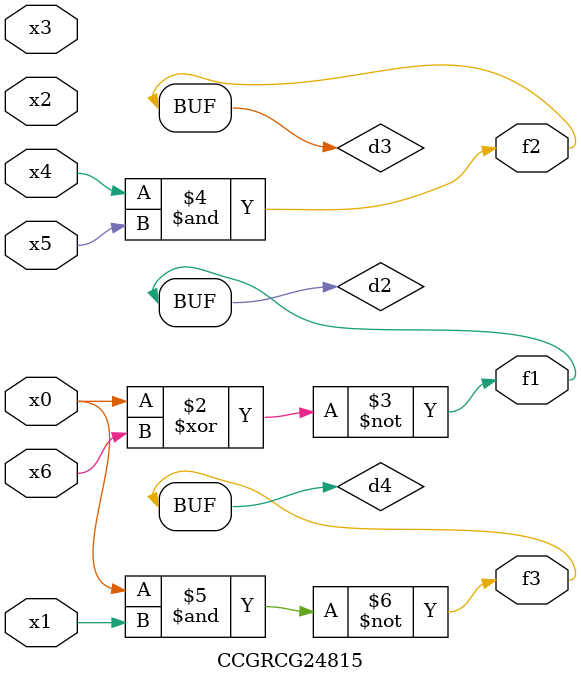
<source format=v>
module CCGRCG24815(
	input x0, x1, x2, x3, x4, x5, x6,
	output f1, f2, f3
);

	wire d1, d2, d3, d4;

	nor (d1, x0);
	xnor (d2, x0, x6);
	and (d3, x4, x5);
	nand (d4, x0, x1);
	assign f1 = d2;
	assign f2 = d3;
	assign f3 = d4;
endmodule

</source>
